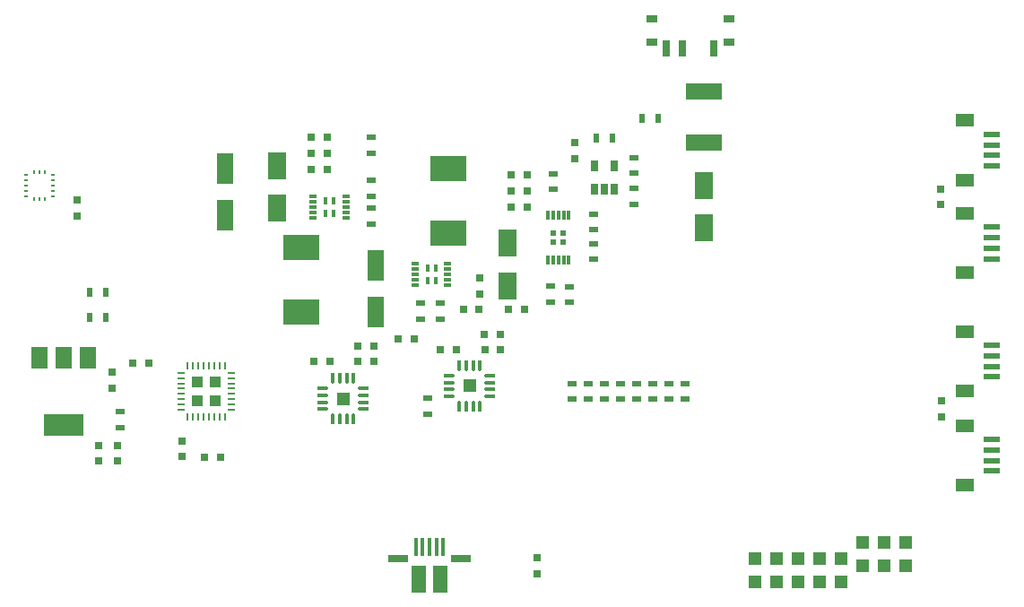
<source format=gbr>
G04 #@! TF.GenerationSoftware,KiCad,Pcbnew,(5.0.0)*
G04 #@! TF.CreationDate,2020-03-19T18:32:55-04:00*
G04 #@! TF.ProjectId,Temple_RPi_HAT,54656D706C655F5250695F4841542E6B,rev?*
G04 #@! TF.SameCoordinates,Original*
G04 #@! TF.FileFunction,Paste,Top*
G04 #@! TF.FilePolarity,Positive*
%FSLAX46Y46*%
G04 Gerber Fmt 4.6, Leading zero omitted, Abs format (unit mm)*
G04 Created by KiCad (PCBNEW (5.0.0)) date 03/19/20 18:32:55*
%MOMM*%
%LPD*%
G01*
G04 APERTURE LIST*
%ADD10R,0.350000X0.825000*%
%ADD11C,0.350000*%
%ADD12R,0.825000X0.350000*%
%ADD13R,1.260000X1.260000*%
%ADD14R,1.200000X1.200000*%
%ADD15R,0.305000X0.890000*%
%ADD16R,0.564000X0.504000*%
%ADD17R,3.500000X1.600000*%
%ADD18R,3.500000X2.350000*%
%ADD19R,0.650000X0.300000*%
%ADD20R,0.465000X0.744000*%
%ADD21R,1.800000X2.500000*%
%ADD22R,0.700000X1.500000*%
%ADD23R,1.000000X0.800000*%
%ADD24R,0.650000X1.060000*%
%ADD25R,3.800000X2.000000*%
%ADD26R,1.500000X2.000000*%
%ADD27R,1.800000X1.200000*%
%ADD28R,1.550000X0.600000*%
%ADD29R,1.425000X2.500000*%
%ADD30R,1.825000X0.700000*%
%ADD31R,0.400000X1.750000*%
%ADD32R,0.700000X0.250000*%
%ADD33R,0.250000X0.700000*%
%ADD34R,1.035000X1.035000*%
%ADD35R,0.500000X0.900000*%
%ADD36R,0.900000X0.500000*%
%ADD37R,0.800000X0.750000*%
%ADD38R,0.750000X0.800000*%
%ADD39R,1.600000X3.000000*%
%ADD40R,0.355600X0.254000*%
%ADD41R,0.254000X0.355600*%
G04 APERTURE END LIST*
D10*
G04 #@! TO.C,U10*
X102254000Y-163478000D03*
D11*
X102254000Y-163065500D03*
D10*
X102904000Y-163478000D03*
D11*
X102904000Y-163065500D03*
D10*
X103554000Y-163478000D03*
D11*
X103554000Y-163065500D03*
D10*
X104204000Y-163478000D03*
D11*
X104204000Y-163065500D03*
D12*
X105216500Y-162465500D03*
D11*
X104804000Y-162465500D03*
D12*
X105216500Y-161815500D03*
D11*
X104804000Y-161815500D03*
D12*
X105216500Y-161165500D03*
D11*
X104804000Y-161165500D03*
D12*
X105216500Y-160515500D03*
D11*
X104804000Y-160515500D03*
D10*
X104204000Y-159503000D03*
D11*
X104204000Y-159915500D03*
D10*
X103554000Y-159503000D03*
D11*
X103554000Y-159915500D03*
D10*
X102904000Y-159503000D03*
D11*
X102904000Y-159915500D03*
D10*
X102254000Y-159503000D03*
D11*
X102254000Y-159915500D03*
D12*
X101241500Y-160515500D03*
D11*
X101654000Y-160515500D03*
D12*
X101241500Y-161165500D03*
D11*
X101654000Y-161165500D03*
D12*
X101241500Y-161815500D03*
D11*
X101654000Y-161815500D03*
D12*
X101241500Y-162465500D03*
D11*
X101654000Y-162465500D03*
D13*
X103229000Y-161490500D03*
G04 #@! TD*
D14*
G04 #@! TO.C,D1*
X156315000Y-175090000D03*
X156315000Y-177290000D03*
G04 #@! TD*
D15*
G04 #@! TO.C,U6*
X122535000Y-148355000D03*
X123035000Y-148355000D03*
X123535000Y-148355000D03*
X124035000Y-148355000D03*
X124535000Y-148355000D03*
X124535000Y-144145000D03*
X124035000Y-144145000D03*
X123535000Y-144145000D03*
X123035000Y-144145000D03*
X122535000Y-144145000D03*
D16*
X124005000Y-145830000D03*
X123065000Y-145830000D03*
X124005000Y-146670000D03*
X123065000Y-146670000D03*
G04 #@! TD*
D14*
G04 #@! TO.C,D6*
X146155000Y-176614000D03*
X146155000Y-178814000D03*
G04 #@! TD*
G04 #@! TO.C,D7*
X144123000Y-176614000D03*
X144123000Y-178814000D03*
G04 #@! TD*
G04 #@! TO.C,D9*
X142091000Y-176614000D03*
X142091000Y-178814000D03*
G04 #@! TD*
G04 #@! TO.C,D10*
X150219000Y-176614000D03*
X150219000Y-178814000D03*
G04 #@! TD*
D17*
G04 #@! TO.C,F1*
X137265000Y-132432000D03*
X137265000Y-137312000D03*
G04 #@! TD*
D18*
G04 #@! TO.C,L1*
X99292000Y-153287000D03*
X99292000Y-147237000D03*
G04 #@! TD*
G04 #@! TO.C,L2*
X113135000Y-139761500D03*
X113135000Y-145811500D03*
G04 #@! TD*
D19*
G04 #@! TO.C,U4*
X100402500Y-142396000D03*
X100402500Y-142896000D03*
X100402500Y-143396000D03*
X100402500Y-143896000D03*
X100402500Y-144396000D03*
X103502500Y-144396000D03*
X103502500Y-143896000D03*
X103502500Y-143396000D03*
X103502500Y-142896000D03*
X103502500Y-142396000D03*
D20*
X102340000Y-144016000D03*
X102340000Y-142776000D03*
X101565000Y-144016000D03*
X101565000Y-142776000D03*
G04 #@! TD*
D19*
G04 #@! TO.C,U5*
X113097500Y-150731000D03*
X113097500Y-150231000D03*
X113097500Y-149731000D03*
X113097500Y-149231000D03*
X113097500Y-148731000D03*
X109997500Y-148731000D03*
X109997500Y-149231000D03*
X109997500Y-149731000D03*
X109997500Y-150231000D03*
X109997500Y-150731000D03*
D20*
X111160000Y-149111000D03*
X111160000Y-150351000D03*
X111935000Y-149111000D03*
X111935000Y-150351000D03*
G04 #@! TD*
D14*
G04 #@! TO.C,D2*
X152251000Y-175090000D03*
X152251000Y-177290000D03*
G04 #@! TD*
G04 #@! TO.C,D3*
X154283000Y-175090000D03*
X154283000Y-177290000D03*
G04 #@! TD*
D21*
G04 #@! TO.C,D4*
X97006000Y-139508000D03*
X97006000Y-143508000D03*
G04 #@! TD*
G04 #@! TO.C,D5*
X118723000Y-150810000D03*
X118723000Y-146810000D03*
G04 #@! TD*
G04 #@! TO.C,D8*
X137315000Y-145330000D03*
X137315000Y-141330000D03*
G04 #@! TD*
D22*
G04 #@! TO.C,SW2*
X138245000Y-128428000D03*
X135245000Y-128428000D03*
X133745000Y-128428000D03*
D23*
X139645000Y-125568000D03*
X132345000Y-125568000D03*
X132345000Y-127778000D03*
X139645000Y-127778000D03*
G04 #@! TD*
D24*
G04 #@! TO.C,U7*
X126917000Y-141730000D03*
X127867000Y-141730000D03*
X128817000Y-141730000D03*
X128817000Y-139530000D03*
X126917000Y-139530000D03*
G04 #@! TD*
D25*
G04 #@! TO.C,U8*
X76815000Y-163930000D03*
D26*
X76815000Y-157630000D03*
X74515000Y-157630000D03*
X79115000Y-157630000D03*
G04 #@! TD*
D10*
G04 #@! TO.C,U9*
X114192000Y-162259500D03*
D11*
X114192000Y-161847000D03*
D10*
X114842000Y-162259500D03*
D11*
X114842000Y-161847000D03*
D10*
X115492000Y-162259500D03*
D11*
X115492000Y-161847000D03*
D10*
X116142000Y-162259500D03*
D11*
X116142000Y-161847000D03*
D12*
X117154500Y-161247000D03*
D11*
X116742000Y-161247000D03*
D12*
X117154500Y-160597000D03*
D11*
X116742000Y-160597000D03*
D12*
X117154500Y-159947000D03*
D11*
X116742000Y-159947000D03*
D12*
X117154500Y-159297000D03*
D11*
X116742000Y-159297000D03*
D10*
X116142000Y-158284500D03*
D11*
X116142000Y-158697000D03*
D10*
X115492000Y-158284500D03*
D11*
X115492000Y-158697000D03*
D10*
X114842000Y-158284500D03*
D11*
X114842000Y-158697000D03*
D10*
X114192000Y-158284500D03*
D11*
X114192000Y-158697000D03*
D12*
X113179500Y-159297000D03*
D11*
X113592000Y-159297000D03*
D12*
X113179500Y-159947000D03*
D11*
X113592000Y-159947000D03*
D12*
X113179500Y-160597000D03*
D11*
X113592000Y-160597000D03*
D12*
X113179500Y-161247000D03*
D11*
X113592000Y-161247000D03*
D13*
X115167000Y-160272000D03*
G04 #@! TD*
D27*
G04 #@! TO.C,EN1*
X161909636Y-164016810D03*
X161909636Y-169616810D03*
D28*
X164434636Y-165316810D03*
X164434636Y-166316810D03*
X164434636Y-167316810D03*
X164434636Y-168316810D03*
G04 #@! TD*
D27*
G04 #@! TO.C,EN2*
X161909636Y-155126810D03*
X161909636Y-160726810D03*
D28*
X164434636Y-156426810D03*
X164434636Y-157426810D03*
X164434636Y-158426810D03*
X164434636Y-159426810D03*
G04 #@! TD*
D27*
G04 #@! TO.C,EN3*
X161909636Y-143986810D03*
X161909636Y-149586810D03*
D28*
X164434636Y-145286810D03*
X164434636Y-146286810D03*
X164434636Y-147286810D03*
X164434636Y-148286810D03*
G04 #@! TD*
D27*
G04 #@! TO.C,EN4*
X161909636Y-135211810D03*
X161909636Y-140811810D03*
D28*
X164434636Y-136511810D03*
X164434636Y-137511810D03*
X164434636Y-138511810D03*
X164434636Y-139511810D03*
G04 #@! TD*
D29*
G04 #@! TO.C,J8*
X110376000Y-178532000D03*
D30*
X114366000Y-176572000D03*
D31*
X112676000Y-175457000D03*
X112026000Y-175457000D03*
X111376000Y-175457000D03*
X110726000Y-175457000D03*
X110076000Y-175457000D03*
D30*
X108386000Y-176572000D03*
D29*
X112376000Y-178532000D03*
G04 #@! TD*
D14*
G04 #@! TO.C,D11*
X148187000Y-176614000D03*
X148187000Y-178814000D03*
G04 #@! TD*
D32*
G04 #@! TO.C,U2*
X92675000Y-162530000D03*
X92675000Y-162030000D03*
X92675000Y-161530000D03*
X92675000Y-161030000D03*
X92675000Y-160530000D03*
X92675000Y-160030000D03*
X92675000Y-159530000D03*
X92675000Y-159030000D03*
D33*
X92025000Y-158380000D03*
X91525000Y-158380000D03*
X91025000Y-158380000D03*
X90525000Y-158380000D03*
X90025000Y-158380000D03*
X89525000Y-158380000D03*
X89025000Y-158380000D03*
X88525000Y-158380000D03*
D32*
X87875000Y-159030000D03*
X87875000Y-159530000D03*
X87875000Y-160030000D03*
X87875000Y-160530000D03*
X87875000Y-161030000D03*
X87875000Y-161530000D03*
X87875000Y-162030000D03*
X87875000Y-162530000D03*
D33*
X88525000Y-163180000D03*
X89025000Y-163180000D03*
X89525000Y-163180000D03*
X90025000Y-163180000D03*
X90525000Y-163180000D03*
X91025000Y-163180000D03*
X91525000Y-163180000D03*
X92025000Y-163180000D03*
D34*
X89412500Y-159917500D03*
X89412500Y-161642500D03*
X91137500Y-159917500D03*
X91137500Y-161642500D03*
G04 #@! TD*
D35*
G04 #@! TO.C,R1*
X79315000Y-153830000D03*
X80815000Y-153830000D03*
G04 #@! TD*
G04 #@! TO.C,R2*
X79315000Y-151390000D03*
X80815000Y-151390000D03*
G04 #@! TD*
D36*
G04 #@! TO.C,R3*
X135487000Y-161542000D03*
X135487000Y-160042000D03*
G04 #@! TD*
G04 #@! TO.C,R4*
X129391000Y-160042000D03*
X129391000Y-161542000D03*
G04 #@! TD*
G04 #@! TO.C,R5*
X82147000Y-164185000D03*
X82147000Y-162685000D03*
G04 #@! TD*
G04 #@! TO.C,R29*
X132439000Y-161542000D03*
X132439000Y-160042000D03*
G04 #@! TD*
G04 #@! TO.C,R30*
X105896000Y-142353000D03*
X105896000Y-140853000D03*
G04 #@! TD*
G04 #@! TO.C,R31*
X105896000Y-145008000D03*
X105896000Y-143508000D03*
G04 #@! TD*
G04 #@! TO.C,R32*
X112415000Y-152430000D03*
X112415000Y-153930000D03*
G04 #@! TD*
G04 #@! TO.C,R33*
X110515000Y-153930000D03*
X110515000Y-152430000D03*
G04 #@! TD*
G04 #@! TO.C,R34*
X133963000Y-161542000D03*
X133963000Y-160042000D03*
G04 #@! TD*
G04 #@! TO.C,R35*
X122787000Y-150874000D03*
X122787000Y-152374000D03*
G04 #@! TD*
G04 #@! TO.C,R36*
X124565000Y-150898000D03*
X124565000Y-152398000D03*
G04 #@! TD*
G04 #@! TO.C,R37*
X105896000Y-136801000D03*
X105896000Y-138301000D03*
G04 #@! TD*
D35*
G04 #@! TO.C,R38*
X127129000Y-136904000D03*
X128629000Y-136904000D03*
G04 #@! TD*
D36*
G04 #@! TO.C,R39*
X126851000Y-146834000D03*
X126851000Y-148334000D03*
G04 #@! TD*
G04 #@! TO.C,R40*
X123041000Y-140230000D03*
X123041000Y-141730000D03*
G04 #@! TD*
G04 #@! TO.C,R41*
X126851000Y-144040000D03*
X126851000Y-145540000D03*
G04 #@! TD*
G04 #@! TO.C,R42*
X127867000Y-161542000D03*
X127867000Y-160042000D03*
G04 #@! TD*
G04 #@! TO.C,R43*
X126343000Y-161542000D03*
X126343000Y-160042000D03*
G04 #@! TD*
G04 #@! TO.C,R44*
X130661000Y-141603000D03*
X130661000Y-143103000D03*
G04 #@! TD*
G04 #@! TO.C,R45*
X130661000Y-138706000D03*
X130661000Y-140206000D03*
G04 #@! TD*
G04 #@! TO.C,R46*
X124819000Y-161542000D03*
X124819000Y-160042000D03*
G04 #@! TD*
G04 #@! TO.C,R47*
X130915000Y-161542000D03*
X130915000Y-160042000D03*
G04 #@! TD*
D35*
G04 #@! TO.C,R48*
X131447000Y-134999000D03*
X132947000Y-134999000D03*
G04 #@! TD*
D37*
G04 #@! TO.C,C2*
X101705000Y-136777000D03*
X100205000Y-136777000D03*
G04 #@! TD*
G04 #@! TO.C,C3*
X114565000Y-153080000D03*
X116065000Y-153080000D03*
G04 #@! TD*
G04 #@! TO.C,C4*
X101693000Y-138301000D03*
X100193000Y-138301000D03*
G04 #@! TD*
G04 #@! TO.C,C5*
X120315000Y-153080000D03*
X118815000Y-153080000D03*
G04 #@! TD*
D38*
G04 #@! TO.C,C7*
X116081400Y-150080000D03*
X116081400Y-151580000D03*
G04 #@! TD*
D37*
G04 #@! TO.C,C8*
X109936000Y-155827000D03*
X108436000Y-155827000D03*
G04 #@! TD*
D38*
G04 #@! TO.C,C9*
X125073000Y-137285000D03*
X125073000Y-138785000D03*
G04 #@! TD*
D37*
G04 #@! TO.C,C12*
X119104000Y-143381000D03*
X120604000Y-143381000D03*
G04 #@! TD*
G04 #@! TO.C,C13*
X119116000Y-141857000D03*
X120616000Y-141857000D03*
G04 #@! TD*
G04 #@! TO.C,C14*
X119104000Y-140333000D03*
X120604000Y-140333000D03*
G04 #@! TD*
D39*
G04 #@! TO.C,C10*
X92053000Y-139784000D03*
X92053000Y-144184000D03*
G04 #@! TD*
G04 #@! TO.C,C11*
X106277000Y-153328000D03*
X106277000Y-148928000D03*
G04 #@! TD*
D37*
G04 #@! TO.C,C6*
X101681000Y-139825000D03*
X100181000Y-139825000D03*
G04 #@! TD*
G04 #@! TO.C,C15*
X113897000Y-156843000D03*
X112397000Y-156843000D03*
G04 #@! TD*
G04 #@! TO.C,C16*
X100435000Y-157922500D03*
X101935000Y-157922500D03*
G04 #@! TD*
G04 #@! TO.C,C17*
X118088000Y-156843000D03*
X116588000Y-156843000D03*
G04 #@! TD*
G04 #@! TO.C,C18*
X104586500Y-156525500D03*
X106086500Y-156525500D03*
G04 #@! TD*
G04 #@! TO.C,C19*
X116564000Y-155446000D03*
X118064000Y-155446000D03*
G04 #@! TD*
G04 #@! TO.C,C20*
X104586500Y-157922500D03*
X106086500Y-157922500D03*
G04 #@! TD*
D38*
G04 #@! TO.C,C21*
X159642400Y-141653800D03*
X159642400Y-143153800D03*
G04 #@! TD*
G04 #@! TO.C,C22*
X121555100Y-177989900D03*
X121555100Y-176489900D03*
G04 #@! TD*
G04 #@! TO.C,C23*
X159693200Y-161694400D03*
X159693200Y-163194400D03*
G04 #@! TD*
D36*
G04 #@! TO.C,R8*
X111230000Y-161415000D03*
X111230000Y-162915000D03*
G04 #@! TD*
D38*
G04 #@! TO.C,C1*
X78083000Y-142746000D03*
X78083000Y-144246000D03*
G04 #@! TD*
D37*
G04 #@! TO.C,C24*
X83365000Y-158105000D03*
X84865000Y-158105000D03*
G04 #@! TD*
G04 #@! TO.C,C25*
X90140000Y-167030000D03*
X91640000Y-167030000D03*
G04 #@! TD*
D38*
G04 #@! TO.C,C26*
X88015000Y-165455000D03*
X88015000Y-166955000D03*
G04 #@! TD*
G04 #@! TO.C,C27*
X81385000Y-160502000D03*
X81385000Y-159002000D03*
G04 #@! TD*
G04 #@! TO.C,C28*
X81893000Y-167384000D03*
X81893000Y-165884000D03*
G04 #@! TD*
G04 #@! TO.C,C29*
X80115000Y-165884000D03*
X80115000Y-167384000D03*
G04 #@! TD*
D40*
G04 #@! TO.C,U1*
X73295000Y-140329999D03*
X73295000Y-140830001D03*
X73295000Y-141330000D03*
X73295000Y-141829999D03*
X73295000Y-142330001D03*
D41*
X74065001Y-142600000D03*
X74565000Y-142600000D03*
X75064999Y-142600000D03*
D40*
X75835000Y-142330001D03*
X75835000Y-141829999D03*
X75835000Y-141330000D03*
X75835000Y-140830001D03*
X75835000Y-140329999D03*
D41*
X75064999Y-140060000D03*
X74565000Y-140060000D03*
X74065001Y-140060000D03*
G04 #@! TD*
M02*

</source>
